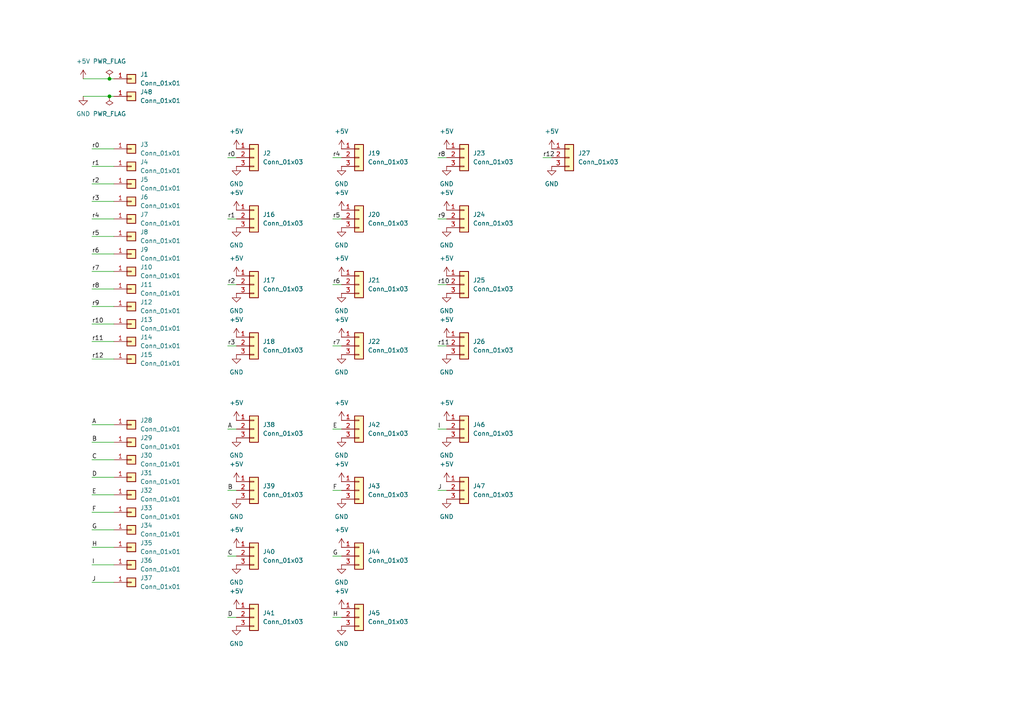
<source format=kicad_sch>
(kicad_sch (version 20231120) (generator "eeschema") (generator_version "8.0")
  (paper "A4")
  (lib_symbols
    (symbol "Connector_Generic:Conn_01x01" (pin_names (offset 1.016) hide)
      (property "Reference" "J" (at 0 2.54 0))
      (property "Value" "Conn_01x01" (at 0 -2.54 0))
      (symbol "Conn_01x01_1_1"
        (rectangle (start -1.27 0.127) (end 0 -0.127) (stroke (width 0.1524)))
        (rectangle (start -1.27 1.27) (end 1.27 -1.27) (stroke (width 0.254)) (fill (type background)))
        (pin passive line (at -5.08 0 0) (length 3.81) (name "Pin_1") (number "1"))
      )
    )
    (symbol "Connector_Generic:Conn_01x03" (pin_names (offset 1.016) hide)
      (property "Reference" "J" (at 0 5.08 0))
      (property "Value" "Conn_01x03" (at 0 -5.08 0))
      (symbol "Conn_01x03_1_1"
        (rectangle (start -1.27 -2.413) (end 0 -2.667) (stroke (width 0.1524)))
        (rectangle (start -1.27 0.127) (end 0 -0.127) (stroke (width 0.1524)))
        (rectangle (start -1.27 2.667) (end 0 2.413) (stroke (width 0.1524)))
        (rectangle (start -1.27 3.81) (end 1.27 -3.81) (stroke (width 0.254)) (fill (type background)))
        (pin passive line (at -5.08 2.54 0) (length 3.81) (name "Pin_1") (number "1"))
        (pin passive line (at -5.08 0 0) (length 3.81) (name "Pin_2") (number "2"))
        (pin passive line (at -5.08 -2.54 0) (length 3.81) (name "Pin_3") (number "3"))
      )
    )
    (symbol "power:+5V" (power) (pin_numbers hide) (pin_names (offset 0) hide)
      (property "Value" "+5V" (at 0 3.556 0))
      (symbol "+5V_0_1"
        (polyline (pts (xy -0.762 1.27) (xy 0 2.54)))
        (polyline (pts (xy 0 0) (xy 0 2.54)))
        (polyline (pts (xy 0 2.54) (xy 0.762 1.27)))
      )
      (symbol "+5V_1_1"
        (pin power_in line (at 0 0 90) (length 0) (name "~") (number "1"))
      )
    )
    (symbol "power:GND" (power) (pin_numbers hide) (pin_names (offset 0) hide)
      (property "Value" "GND" (at 0 -3.81 0))
      (symbol "GND_0_1"
        (polyline (pts (xy 0 0) (xy 0 -1.27) (xy 1.27 -1.27) (xy 0 -2.54) (xy -1.27 -1.27) (xy 0 -1.27)))
      )
      (symbol "GND_1_1"
        (pin power_in line (at 0 0 270) (length 0) (name "~") (number "1"))
      )
    )
    (symbol "power:PWR_FLAG" (power) (pin_numbers hide) (pin_names (offset 0) hide)
      (property "Value" "PWR_FLAG" (at 0 3.81 0))
      (symbol "PWR_FLAG_0_0"
        (pin power_out line (at 0 0 90) (length 0) (name "~") (number "1"))
      )
      (symbol "PWR_FLAG_0_1"
        (polyline (pts (xy 0 0) (xy 0 1.27) (xy -1.016 1.905) (xy 0 2.54) (xy 1.016 1.905) (xy 0 1.27)))
      )
    )
  )
  (junction (at 31.75 22.86))
  (junction (at 31.75 27.94))
  (wire (pts (xy 26.67 99.06) (xy 33.02 99.06)))
  (wire (pts (xy 26.67 158.75) (xy 33.02 158.75)))
  (wire (pts (xy 96.52 124.46) (xy 99.06 124.46)))
  (wire (pts (xy 26.67 53.34) (xy 33.02 53.34)))
  (wire (pts (xy 96.52 142.24) (xy 99.06 142.24)))
  (wire (pts (xy 127 100.33) (xy 129.54 100.33)))
  (wire (pts (xy 66.04 45.72) (xy 68.58 45.72)))
  (wire (pts (xy 26.67 153.67) (xy 33.02 153.67)))
  (wire (pts (xy 26.67 138.43) (xy 33.02 138.43)))
  (wire (pts (xy 66.04 124.46) (xy 68.58 124.46)))
  (wire (pts (xy 26.67 43.18) (xy 33.02 43.18)))
  (wire (pts (xy 26.67 104.14) (xy 33.02 104.14)))
  (wire (pts (xy 127 82.55) (xy 129.54 82.55)))
  (wire (pts (xy 26.67 63.5) (xy 33.02 63.5)))
  (wire (pts (xy 31.75 27.94) (xy 33.02 27.94)))
  (wire (pts (xy 96.52 100.33) (xy 99.06 100.33)))
  (wire (pts (xy 96.52 45.72) (xy 99.06 45.72)))
  (wire (pts (xy 26.67 123.19) (xy 33.02 123.19)))
  (wire (pts (xy 26.67 88.9) (xy 33.02 88.9)))
  (wire (pts (xy 66.04 100.33) (xy 68.58 100.33)))
  (wire (pts (xy 66.04 179.07) (xy 68.58 179.07)))
  (wire (pts (xy 26.67 78.74) (xy 33.02 78.74)))
  (wire (pts (xy 66.04 142.24) (xy 68.58 142.24)))
  (wire (pts (xy 127 63.5) (xy 129.54 63.5)))
  (wire (pts (xy 66.04 161.29) (xy 68.58 161.29)))
  (wire (pts (xy 127 124.46) (xy 129.54 124.46)))
  (wire (pts (xy 127 142.24) (xy 129.54 142.24)))
  (wire (pts (xy 26.67 143.51) (xy 33.02 143.51)))
  (wire (pts (xy 31.75 22.86) (xy 33.02 22.86)))
  (wire (pts (xy 26.67 148.59) (xy 33.02 148.59)))
  (wire (pts (xy 26.67 48.26) (xy 33.02 48.26)))
  (wire (pts (xy 66.04 63.5) (xy 68.58 63.5)))
  (wire (pts (xy 96.52 63.5) (xy 99.06 63.5)))
  (wire (pts (xy 66.04 82.55) (xy 68.58 82.55)))
  (wire (pts (xy 26.67 68.58) (xy 33.02 68.58)))
  (wire (pts (xy 26.67 93.98) (xy 33.02 93.98)))
  (wire (pts (xy 26.67 133.35) (xy 33.02 133.35)))
  (wire (pts (xy 26.67 73.66) (xy 33.02 73.66)))
  (wire (pts (xy 26.67 163.83) (xy 33.02 163.83)))
  (wire (pts (xy 96.52 179.07) (xy 99.06 179.07)))
  (wire (pts (xy 127 45.72) (xy 129.54 45.72)))
  (wire (pts (xy 24.13 22.86) (xy 31.75 22.86)))
  (wire (pts (xy 96.52 161.29) (xy 99.06 161.29)))
  (wire (pts (xy 96.52 82.55) (xy 99.06 82.55)))
  (wire (pts (xy 26.67 168.91) (xy 33.02 168.91)))
  (wire (pts (xy 157.48 45.72) (xy 160.02 45.72)))
  (wire (pts (xy 24.13 27.94) (xy 31.75 27.94)))
  (wire (pts (xy 26.67 128.27) (xy 33.02 128.27)))
  (wire (pts (xy 26.67 58.42) (xy 33.02 58.42)))
  (wire (pts (xy 26.67 83.82) (xy 33.02 83.82)))
  (label "r8" (at 127 45.72 0))
  (label "A" (at 66.04 124.46 0))
  (label "r12" (at 26.67 104.14 0))
  (label "r3" (at 26.67 58.42 0))
  (label "r2" (at 26.67 53.34 0))
  (label "r10" (at 26.67 93.98 0))
  (label "F" (at 96.52 142.24 0))
  (label "r0" (at 26.67 43.18 0))
  (label "H" (at 26.67 158.75 0))
  (label "r10" (at 127 82.55 0))
  (label "H" (at 96.52 179.07 0))
  (label "J" (at 26.67 168.91 0))
  (label "B" (at 26.67 128.27 0))
  (label "r11" (at 127 100.33 0))
  (label "C" (at 66.04 161.29 0))
  (label "r7" (at 96.52 100.33 0))
  (label "r5" (at 96.52 63.5 0))
  (label "r4" (at 96.52 45.72 0))
  (label "G" (at 26.67 153.67 0))
  (label "G" (at 96.52 161.29 0))
  (label "I" (at 26.67 163.83 0))
  (label "C" (at 26.67 133.35 0))
  (label "r8" (at 26.67 83.82 0))
  (label "r6" (at 26.67 73.66 0))
  (label "r1" (at 26.67 48.26 0))
  (label "r6" (at 96.52 82.55 0))
  (label "r9" (at 26.67 88.9 0))
  (label "r5" (at 26.67 68.58 0))
  (label "r3" (at 66.04 100.33 0))
  (label "E" (at 26.67 143.51 0))
  (label "B" (at 66.04 142.24 0))
  (label "D" (at 26.67 138.43 0))
  (label "D" (at 66.04 179.07 0))
  (label "r4" (at 26.67 63.5 0))
  (label "r12" (at 157.48 45.72 0))
  (label "r11" (at 26.67 99.06 0))
  (label "r9" (at 127 63.5 0))
  (label "A" (at 26.67 123.19 0))
  (label "r1" (at 66.04 63.5 0))
  (label "E" (at 96.52 124.46 0))
  (label "r0" (at 66.04 45.72 0))
  (label "I" (at 127 124.46 0))
  (label "J" (at 127 142.24 0))
  (label "F" (at 26.67 148.59 0))
  (label "r2" (at 66.04 82.55 0))
  (label "r7" (at 26.67 78.74 0))
  (symbol (lib_id "power:+5V") (at 68.58 121.92 0) (unit 1)
    (property "Reference" "#PWR029" (effects (hide yes)))
    (property "Value" "+5V" (at 68.58 116.84 0))
    (property "Description" "Power symbol creates a global label with name \"+5V\"" (effects (hide yes)))
  )
  (symbol (lib_id "Connector_Generic:Conn_01x01") (at 38.1 93.98 0) (unit 1)
    (property "Reference" "J13" (at 40.64 92.7099 0) (effects (justify left)))
    (property "Value" "Conn_01x01" (at 40.64 95.2499 0) (effects (justify left)))
    (property "Footprint" "Connector_PinHeader_2.54mm:PinHeader_1x01_P2.54mm_Vertical" (effects (hide yes)))
    (property "Description" "Generic connector, single row, 01x01, script generated (kicad-library-utils/schlib/autogen/connector/)" (effects (hide yes)))
  )
  (symbol (lib_id "power:+5V") (at 68.58 97.79 0) (unit 1)
    (property "Reference" "#PWR09" (effects (hide yes)))
    (property "Value" "+5V" (at 68.58 92.71 0))
    (property "Description" "Power symbol creates a global label with name \"+5V\"" (effects (hide yes)))
  )
  (symbol (lib_id "Connector_Generic:Conn_01x03") (at 73.66 124.46 0) (unit 1)
    (property "Reference" "J38" (at 76.2 123.1899 0) (effects (justify left)))
    (property "Value" "Conn_01x03" (at 76.2 125.7299 0) (effects (justify left)))
    (property "Footprint" "Connector_JST:JST_XH_B3B-XH-A_1x03_P2.50mm_Vertical" (effects (hide yes)))
    (property "Description" "Generic connector, single row, 01x03, script generated (kicad-library-utils/schlib/autogen/connector/)" (effects (hide yes)))
  )
  (symbol (lib_id "Connector_Generic:Conn_01x01") (at 38.1 138.43 0) (unit 1)
    (property "Reference" "J31" (at 40.64 137.1599 0) (effects (justify left)))
    (property "Value" "Conn_01x01" (at 40.64 139.6999 0) (effects (justify left)))
    (property "Footprint" "Connector_PinHeader_2.54mm:PinHeader_1x01_P2.54mm_Vertical" (effects (hide yes)))
    (property "Description" "Generic connector, single row, 01x01, script generated (kicad-library-utils/schlib/autogen/connector/)" (effects (hide yes)))
  )
  (symbol (lib_id "Connector_Generic:Conn_01x01") (at 38.1 143.51 0) (unit 1)
    (property "Reference" "J32" (at 40.64 142.2399 0) (effects (justify left)))
    (property "Value" "Conn_01x01" (at 40.64 144.7799 0) (effects (justify left)))
    (property "Footprint" "Connector_PinHeader_2.54mm:PinHeader_1x01_P2.54mm_Vertical" (effects (hide yes)))
    (property "Description" "Generic connector, single row, 01x01, script generated (kicad-library-utils/schlib/autogen/connector/)" (effects (hide yes)))
  )
  (symbol (lib_id "Connector_Generic:Conn_01x03") (at 73.66 142.24 0) (unit 1)
    (property "Reference" "J39" (at 76.2 140.9699 0) (effects (justify left)))
    (property "Value" "Conn_01x03" (at 76.2 143.5099 0) (effects (justify left)))
    (property "Footprint" "Connector_JST:JST_XH_B3B-XH-A_1x03_P2.50mm_Vertical" (effects (hide yes)))
    (property "Description" "Generic connector, single row, 01x03, script generated (kicad-library-utils/schlib/autogen/connector/)" (effects (hide yes)))
  )
  (symbol (lib_id "power:GND") (at 68.58 85.09 0) (unit 1)
    (property "Reference" "#PWR08" (effects (hide yes)))
    (property "Value" "GND" (at 68.58 90.17 0))
    (property "Description" "Power symbol creates a global label with name \"GND\" , ground" (effects (hide yes)))
  )
  (symbol (lib_id "power:+5V") (at 99.06 139.7 0) (unit 1)
    (property "Reference" "#PWR039" (effects (hide yes)))
    (property "Value" "+5V" (at 99.06 134.62 0))
    (property "Description" "Power symbol creates a global label with name \"+5V\"" (effects (hide yes)))
  )
  (symbol (lib_id "power:+5V") (at 129.54 43.18 0) (unit 1)
    (property "Reference" "#PWR019" (effects (hide yes)))
    (property "Value" "+5V" (at 129.54 38.1 0))
    (property "Description" "Power symbol creates a global label with name \"+5V\"" (effects (hide yes)))
  )
  (symbol (lib_id "power:GND") (at 68.58 48.26 0) (unit 1)
    (property "Reference" "#PWR04" (effects (hide yes)))
    (property "Value" "GND" (at 68.58 53.34 0))
    (property "Description" "Power symbol creates a global label with name \"GND\" , ground" (effects (hide yes)))
  )
  (symbol (lib_id "power:+5V") (at 68.58 43.18 0) (unit 1)
    (property "Reference" "#PWR03" (effects (hide yes)))
    (property "Value" "+5V" (at 68.58 38.1 0))
    (property "Description" "Power symbol creates a global label with name \"+5V\"" (effects (hide yes)))
  )
  (symbol (lib_id "power:+5V") (at 99.06 121.92 0) (unit 1)
    (property "Reference" "#PWR037" (effects (hide yes)))
    (property "Value" "+5V" (at 99.06 116.84 0))
    (property "Description" "Power symbol creates a global label with name \"+5V\"" (effects (hide yes)))
  )
  (symbol (lib_id "power:GND") (at 129.54 66.04 0) (unit 1)
    (property "Reference" "#PWR022" (effects (hide yes)))
    (property "Value" "GND" (at 129.54 71.12 0))
    (property "Description" "Power symbol creates a global label with name \"GND\" , ground" (effects (hide yes)))
  )
  (symbol (lib_id "Connector_Generic:Conn_01x03") (at 134.62 82.55 0) (unit 1)
    (property "Reference" "J25" (at 137.16 81.2799 0) (effects (justify left)))
    (property "Value" "Conn_01x03" (at 137.16 83.8199 0) (effects (justify left)))
    (property "Footprint" "Connector_JST:JST_XH_B3B-XH-A_1x03_P2.50mm_Vertical" (effects (hide yes)))
    (property "Description" "Generic connector, single row, 01x03, script generated (kicad-library-utils/schlib/autogen/connector/)" (effects (hide yes)))
  )
  (symbol (lib_id "power:+5V") (at 129.54 139.7 0) (unit 1)
    (property "Reference" "#PWR047" (effects (hide yes)))
    (property "Value" "+5V" (at 129.54 134.62 0))
    (property "Description" "Power symbol creates a global label with name \"+5V\"" (effects (hide yes)))
  )
  (symbol (lib_id "power:+5V") (at 99.06 97.79 0) (unit 1)
    (property "Reference" "#PWR017" (effects (hide yes)))
    (property "Value" "+5V" (at 99.06 92.71 0))
    (property "Description" "Power symbol creates a global label with name \"+5V\"" (effects (hide yes)))
  )
  (symbol (lib_id "Connector_Generic:Conn_01x01") (at 38.1 168.91 0) (unit 1)
    (property "Reference" "J37" (at 40.64 167.6399 0) (effects (justify left)))
    (property "Value" "Conn_01x01" (at 40.64 170.1799 0) (effects (justify left)))
    (property "Footprint" "Connector_PinHeader_2.54mm:PinHeader_1x01_P2.54mm_Vertical" (effects (hide yes)))
    (property "Description" "Generic connector, single row, 01x01, script generated (kicad-library-utils/schlib/autogen/connector/)" (effects (hide yes)))
  )
  (symbol (lib_id "power:GND") (at 129.54 144.78 0) (unit 1)
    (property "Reference" "#PWR048" (effects (hide yes)))
    (property "Value" "GND" (at 129.54 149.86 0))
    (property "Description" "Power symbol creates a global label with name \"GND\" , ground" (effects (hide yes)))
  )
  (symbol (lib_id "power:GND") (at 129.54 48.26 0) (unit 1)
    (property "Reference" "#PWR020" (effects (hide yes)))
    (property "Value" "GND" (at 129.54 53.34 0))
    (property "Description" "Power symbol creates a global label with name \"GND\" , ground" (effects (hide yes)))
  )
  (symbol (lib_id "Connector_Generic:Conn_01x03") (at 165.1 45.72 0) (unit 1)
    (property "Reference" "J27" (at 167.64 44.4499 0) (effects (justify left)))
    (property "Value" "Conn_01x03" (at 167.64 46.9899 0) (effects (justify left)))
    (property "Footprint" "Connector_JST:JST_XH_B3B-XH-A_1x03_P2.50mm_Vertical" (effects (hide yes)))
    (property "Description" "Generic connector, single row, 01x03, script generated (kicad-library-utils/schlib/autogen/connector/)" (effects (hide yes)))
  )
  (symbol (lib_id "power:+5V") (at 24.13 22.86 0) (unit 1)
    (property "Reference" "#PWR01" (effects (hide yes)))
    (property "Value" "+5V" (at 24.13 17.78 0))
    (property "Description" "Power symbol creates a global label with name \"+5V\"" (effects (hide yes)))
  )
  (symbol (lib_id "Connector_Generic:Conn_01x01") (at 38.1 58.42 0) (unit 1)
    (property "Reference" "J6" (at 40.64 57.1499 0) (effects (justify left)))
    (property "Value" "Conn_01x01" (at 40.64 59.6899 0) (effects (justify left)))
    (property "Footprint" "Connector_PinHeader_2.54mm:PinHeader_1x01_P2.54mm_Vertical" (effects (hide yes)))
    (property "Description" "Generic connector, single row, 01x01, script generated (kicad-library-utils/schlib/autogen/connector/)" (effects (hide yes)))
  )
  (symbol (lib_id "Connector_Generic:Conn_01x01") (at 38.1 53.34 0) (unit 1)
    (property "Reference" "J5" (at 40.64 52.0699 0) (effects (justify left)))
    (property "Value" "Conn_01x01" (at 40.64 54.6099 0) (effects (justify left)))
    (property "Footprint" "Connector_PinHeader_2.54mm:PinHeader_1x01_P2.54mm_Vertical" (effects (hide yes)))
    (property "Description" "Generic connector, single row, 01x01, script generated (kicad-library-utils/schlib/autogen/connector/)" (effects (hide yes)))
  )
  (symbol (lib_id "power:+5V") (at 129.54 97.79 0) (unit 1)
    (property "Reference" "#PWR025" (effects (hide yes)))
    (property "Value" "+5V" (at 129.54 92.71 0))
    (property "Description" "Power symbol creates a global label with name \"+5V\"" (effects (hide yes)))
  )
  (symbol (lib_id "power:+5V") (at 129.54 60.96 0) (unit 1)
    (property "Reference" "#PWR021" (effects (hide yes)))
    (property "Value" "+5V" (at 129.54 55.88 0))
    (property "Description" "Power symbol creates a global label with name \"+5V\"" (effects (hide yes)))
  )
  (symbol (lib_id "Connector_Generic:Conn_01x01") (at 38.1 123.19 0) (unit 1)
    (property "Reference" "J28" (at 40.64 121.9199 0) (effects (justify left)))
    (property "Value" "Conn_01x01" (at 40.64 124.4599 0) (effects (justify left)))
    (property "Footprint" "Connector_PinHeader_2.54mm:PinHeader_1x01_P2.54mm_Vertical" (effects (hide yes)))
    (property "Description" "Generic connector, single row, 01x01, script generated (kicad-library-utils/schlib/autogen/connector/)" (effects (hide yes)))
  )
  (symbol (lib_id "power:GND") (at 129.54 85.09 0) (unit 1)
    (property "Reference" "#PWR024" (effects (hide yes)))
    (property "Value" "GND" (at 129.54 90.17 0))
    (property "Description" "Power symbol creates a global label with name \"GND\" , ground" (effects (hide yes)))
  )
  (symbol (lib_id "power:GND") (at 99.06 102.87 0) (unit 1)
    (property "Reference" "#PWR018" (effects (hide yes)))
    (property "Value" "GND" (at 99.06 107.95 0))
    (property "Description" "Power symbol creates a global label with name \"GND\" , ground" (effects (hide yes)))
  )
  (symbol (lib_id "Connector_Generic:Conn_01x03") (at 104.14 63.5 0) (unit 1)
    (property "Reference" "J20" (at 106.68 62.2299 0) (effects (justify left)))
    (property "Value" "Conn_01x03" (at 106.68 64.7699 0) (effects (justify left)))
    (property "Footprint" "Connector_JST:JST_XH_B3B-XH-A_1x03_P2.50mm_Vertical" (effects (hide yes)))
    (property "Description" "Generic connector, single row, 01x03, script generated (kicad-library-utils/schlib/autogen/connector/)" (effects (hide yes)))
  )
  (symbol (lib_id "power:+5V") (at 99.06 176.53 0) (unit 1)
    (property "Reference" "#PWR043" (effects (hide yes)))
    (property "Value" "+5V" (at 99.06 171.45 0))
    (property "Description" "Power symbol creates a global label with name \"+5V\"" (effects (hide yes)))
  )
  (symbol (lib_id "power:GND") (at 68.58 181.61 0) (unit 1)
    (property "Reference" "#PWR036" (effects (hide yes)))
    (property "Value" "GND" (at 68.58 186.69 0))
    (property "Description" "Power symbol creates a global label with name \"GND\" , ground" (effects (hide yes)))
  )
  (symbol (lib_id "power:+5V") (at 68.58 139.7 0) (unit 1)
    (property "Reference" "#PWR031" (effects (hide yes)))
    (property "Value" "+5V" (at 68.58 134.62 0))
    (property "Description" "Power symbol creates a global label with name \"+5V\"" (effects (hide yes)))
  )
  (symbol (lib_id "Connector_Generic:Conn_01x01") (at 38.1 73.66 0) (unit 1)
    (property "Reference" "J9" (at 40.64 72.3899 0) (effects (justify left)))
    (property "Value" "Conn_01x01" (at 40.64 74.9299 0) (effects (justify left)))
    (property "Footprint" "Connector_PinHeader_2.54mm:PinHeader_1x01_P2.54mm_Vertical" (effects (hide yes)))
    (property "Description" "Generic connector, single row, 01x01, script generated (kicad-library-utils/schlib/autogen/connector/)" (effects (hide yes)))
  )
  (symbol (lib_id "Connector_Generic:Conn_01x01") (at 38.1 83.82 0) (unit 1)
    (property "Reference" "J11" (at 40.64 82.5499 0) (effects (justify left)))
    (property "Value" "Conn_01x01" (at 40.64 85.0899 0) (effects (justify left)))
    (property "Footprint" "Connector_PinHeader_2.54mm:PinHeader_1x01_P2.54mm_Vertical" (effects (hide yes)))
    (property "Description" "Generic connector, single row, 01x01, script generated (kicad-library-utils/schlib/autogen/connector/)" (effects (hide yes)))
  )
  (symbol (lib_id "power:+5V") (at 68.58 60.96 0) (unit 1)
    (property "Reference" "#PWR05" (effects (hide yes)))
    (property "Value" "+5V" (at 68.58 55.88 0))
    (property "Description" "Power symbol creates a global label with name \"+5V\"" (effects (hide yes)))
  )
  (symbol (lib_id "power:GND") (at 99.06 163.83 0) (unit 1)
    (property "Reference" "#PWR042" (effects (hide yes)))
    (property "Value" "GND" (at 99.06 168.91 0))
    (property "Description" "Power symbol creates a global label with name \"GND\" , ground" (effects (hide yes)))
  )
  (symbol (lib_id "power:GND") (at 99.06 66.04 0) (unit 1)
    (property "Reference" "#PWR014" (effects (hide yes)))
    (property "Value" "GND" (at 99.06 71.12 0))
    (property "Description" "Power symbol creates a global label with name \"GND\" , ground" (effects (hide yes)))
  )
  (symbol (lib_id "Connector_Generic:Conn_01x01") (at 38.1 78.74 0) (unit 1)
    (property "Reference" "J10" (at 40.64 77.4699 0) (effects (justify left)))
    (property "Value" "Conn_01x01" (at 40.64 80.0099 0) (effects (justify left)))
    (property "Footprint" "Connector_PinHeader_2.54mm:PinHeader_1x01_P2.54mm_Vertical" (effects (hide yes)))
    (property "Description" "Generic connector, single row, 01x01, script generated (kicad-library-utils/schlib/autogen/connector/)" (effects (hide yes)))
  )
  (symbol (lib_id "power:GND") (at 160.02 48.26 0) (unit 1)
    (property "Reference" "#PWR028" (effects (hide yes)))
    (property "Value" "GND" (at 160.02 53.34 0))
    (property "Description" "Power symbol creates a global label with name \"GND\" , ground" (effects (hide yes)))
  )
  (symbol (lib_id "Connector_Generic:Conn_01x03") (at 104.14 142.24 0) (unit 1)
    (property "Reference" "J43" (at 106.68 140.9699 0) (effects (justify left)))
    (property "Value" "Conn_01x03" (at 106.68 143.5099 0) (effects (justify left)))
    (property "Footprint" "Connector_JST:JST_XH_B3B-XH-A_1x03_P2.50mm_Vertical" (effects (hide yes)))
    (property "Description" "Generic connector, single row, 01x03, script generated (kicad-library-utils/schlib/autogen/connector/)" (effects (hide yes)))
  )
  (symbol (lib_id "Connector_Generic:Conn_01x01") (at 38.1 158.75 0) (unit 1)
    (property "Reference" "J35" (at 40.64 157.4799 0) (effects (justify left)))
    (property "Value" "Conn_01x01" (at 40.64 160.0199 0) (effects (justify left)))
    (property "Footprint" "Connector_PinHeader_2.54mm:PinHeader_1x01_P2.54mm_Vertical" (effects (hide yes)))
    (property "Description" "Generic connector, single row, 01x01, script generated (kicad-library-utils/schlib/autogen/connector/)" (effects (hide yes)))
  )
  (symbol (lib_id "Connector_Generic:Conn_01x03") (at 104.14 100.33 0) (unit 1)
    (property "Reference" "J22" (at 106.68 99.0599 0) (effects (justify left)))
    (property "Value" "Conn_01x03" (at 106.68 101.5999 0) (effects (justify left)))
    (property "Footprint" "Connector_JST:JST_XH_B3B-XH-A_1x03_P2.50mm_Vertical" (effects (hide yes)))
    (property "Description" "Generic connector, single row, 01x03, script generated (kicad-library-utils/schlib/autogen/connector/)" (effects (hide yes)))
  )
  (symbol (lib_id "power:GND") (at 129.54 102.87 0) (unit 1)
    (property "Reference" "#PWR026" (effects (hide yes)))
    (property "Value" "GND" (at 129.54 107.95 0))
    (property "Description" "Power symbol creates a global label with name \"GND\" , ground" (effects (hide yes)))
  )
  (symbol (lib_id "power:GND") (at 99.06 127 0) (unit 1)
    (property "Reference" "#PWR038" (effects (hide yes)))
    (property "Value" "GND" (at 99.06 132.08 0))
    (property "Description" "Power symbol creates a global label with name \"GND\" , ground" (effects (hide yes)))
  )
  (symbol (lib_id "Connector_Generic:Conn_01x01") (at 38.1 99.06 0) (unit 1)
    (property "Reference" "J14" (at 40.64 97.7899 0) (effects (justify left)))
    (property "Value" "Conn_01x01" (at 40.64 100.3299 0) (effects (justify left)))
    (property "Footprint" "Connector_PinHeader_2.54mm:PinHeader_1x01_P2.54mm_Vertical" (effects (hide yes)))
    (property "Description" "Generic connector, single row, 01x01, script generated (kicad-library-utils/schlib/autogen/connector/)" (effects (hide yes)))
  )
  (symbol (lib_id "Connector_Generic:Conn_01x03") (at 73.66 100.33 0) (unit 1)
    (property "Reference" "J18" (at 76.2 99.0599 0) (effects (justify left)))
    (property "Value" "Conn_01x03" (at 76.2 101.5999 0) (effects (justify left)))
    (property "Footprint" "Connector_JST:JST_XH_B3B-XH-A_1x03_P2.50mm_Vertical" (effects (hide yes)))
    (property "Description" "Generic connector, single row, 01x03, script generated (kicad-library-utils/schlib/autogen/connector/)" (effects (hide yes)))
  )
  (symbol (lib_id "power:+5V") (at 99.06 158.75 0) (unit 1)
    (property "Reference" "#PWR041" (effects (hide yes)))
    (property "Value" "+5V" (at 99.06 153.67 0))
    (property "Description" "Power symbol creates a global label with name \"+5V\"" (effects (hide yes)))
  )
  (symbol (lib_id "Connector_Generic:Conn_01x03") (at 73.66 45.72 0) (unit 1)
    (property "Reference" "J2" (at 76.2 44.4499 0) (effects (justify left)))
    (property "Value" "Conn_01x03" (at 76.2 46.9899 0) (effects (justify left)))
    (property "Footprint" "Connector_JST:JST_XH_B3B-XH-A_1x03_P2.50mm_Vertical" (effects (hide yes)))
    (property "Description" "Generic connector, single row, 01x03, script generated (kicad-library-utils/schlib/autogen/connector/)" (effects (hide yes)))
  )
  (symbol (lib_id "power:GND") (at 68.58 66.04 0) (unit 1)
    (property "Reference" "#PWR06" (effects (hide yes)))
    (property "Value" "GND" (at 68.58 71.12 0))
    (property "Description" "Power symbol creates a global label with name \"GND\" , ground" (effects (hide yes)))
  )
  (symbol (lib_id "power:GND") (at 99.06 181.61 0) (unit 1)
    (property "Reference" "#PWR044" (effects (hide yes)))
    (property "Value" "GND" (at 99.06 186.69 0))
    (property "Description" "Power symbol creates a global label with name \"GND\" , ground" (effects (hide yes)))
  )
  (symbol (lib_id "Connector_Generic:Conn_01x01") (at 38.1 133.35 0) (unit 1)
    (property "Reference" "J30" (at 40.64 132.0799 0) (effects (justify left)))
    (property "Value" "Conn_01x01" (at 40.64 134.6199 0) (effects (justify left)))
    (property "Footprint" "Connector_PinHeader_2.54mm:PinHeader_1x01_P2.54mm_Vertical" (effects (hide yes)))
    (property "Description" "Generic connector, single row, 01x01, script generated (kicad-library-utils/schlib/autogen/connector/)" (effects (hide yes)))
  )
  (symbol (lib_id "power:PWR_FLAG") (at 31.75 22.86 0) (unit 1)
    (property "Reference" "#FLG01" (effects (hide yes)))
    (property "Value" "PWR_FLAG" (at 31.75 17.78 0))
    (property "Description" "Special symbol for telling ERC where power comes from" (effects (hide yes)))
  )
  (symbol (lib_id "power:+5V") (at 68.58 80.01 0) (unit 1)
    (property "Reference" "#PWR07" (effects (hide yes)))
    (property "Value" "+5V" (at 68.58 74.93 0))
    (property "Description" "Power symbol creates a global label with name \"+5V\"" (effects (hide yes)))
  )
  (symbol (lib_id "power:+5V") (at 99.06 60.96 0) (unit 1)
    (property "Reference" "#PWR013" (effects (hide yes)))
    (property "Value" "+5V" (at 99.06 55.88 0))
    (property "Description" "Power symbol creates a global label with name \"+5V\"" (effects (hide yes)))
  )
  (symbol (lib_id "power:+5V") (at 129.54 80.01 0) (unit 1)
    (property "Reference" "#PWR023" (effects (hide yes)))
    (property "Value" "+5V" (at 129.54 74.93 0))
    (property "Description" "Power symbol creates a global label with name \"+5V\"" (effects (hide yes)))
  )
  (symbol (lib_id "Connector_Generic:Conn_01x01") (at 38.1 68.58 0) (unit 1)
    (property "Reference" "J8" (at 40.64 67.3099 0) (effects (justify left)))
    (property "Value" "Conn_01x01" (at 40.64 69.8499 0) (effects (justify left)))
    (property "Footprint" "Connector_PinHeader_2.54mm:PinHeader_1x01_P2.54mm_Vertical" (effects (hide yes)))
    (property "Description" "Generic connector, single row, 01x01, script generated (kicad-library-utils/schlib/autogen/connector/)" (effects (hide yes)))
  )
  (symbol (lib_id "power:GND") (at 99.06 48.26 0) (unit 1)
    (property "Reference" "#PWR012" (effects (hide yes)))
    (property "Value" "GND" (at 99.06 53.34 0))
    (property "Description" "Power symbol creates a global label with name \"GND\" , ground" (effects (hide yes)))
  )
  (symbol (lib_id "Connector_Generic:Conn_01x03") (at 134.62 45.72 0) (unit 1)
    (property "Reference" "J23" (at 137.16 44.4499 0) (effects (justify left)))
    (property "Value" "Conn_01x03" (at 137.16 46.9899 0) (effects (justify left)))
    (property "Footprint" "Connector_JST:JST_XH_B3B-XH-A_1x03_P2.50mm_Vertical" (effects (hide yes)))
    (property "Description" "Generic connector, single row, 01x03, script generated (kicad-library-utils/schlib/autogen/connector/)" (effects (hide yes)))
  )
  (symbol (lib_id "Connector_Generic:Conn_01x03") (at 104.14 179.07 0) (unit 1)
    (property "Reference" "J45" (at 106.68 177.7999 0) (effects (justify left)))
    (property "Value" "Conn_01x03" (at 106.68 180.3399 0) (effects (justify left)))
    (property "Footprint" "Connector_JST:JST_XH_B3B-XH-A_1x03_P2.50mm_Vertical" (effects (hide yes)))
    (property "Description" "Generic connector, single row, 01x03, script generated (kicad-library-utils/schlib/autogen/connector/)" (effects (hide yes)))
  )
  (symbol (lib_id "Connector_Generic:Conn_01x01") (at 38.1 104.14 0) (unit 1)
    (property "Reference" "J15" (at 40.64 102.8699 0) (effects (justify left)))
    (property "Value" "Conn_01x01" (at 40.64 105.4099 0) (effects (justify left)))
    (property "Footprint" "Connector_PinHeader_2.54mm:PinHeader_1x01_P2.54mm_Vertical" (effects (hide yes)))
    (property "Description" "Generic connector, single row, 01x01, script generated (kicad-library-utils/schlib/autogen/connector/)" (effects (hide yes)))
  )
  (symbol (lib_id "power:GND") (at 99.06 144.78 0) (unit 1)
    (property "Reference" "#PWR040" (effects (hide yes)))
    (property "Value" "GND" (at 99.06 149.86 0))
    (property "Description" "Power symbol creates a global label with name \"GND\" , ground" (effects (hide yes)))
  )
  (symbol (lib_id "Connector_Generic:Conn_01x03") (at 73.66 161.29 0) (unit 1)
    (property "Reference" "J40" (at 76.2 160.0199 0) (effects (justify left)))
    (property "Value" "Conn_01x03" (at 76.2 162.5599 0) (effects (justify left)))
    (property "Footprint" "Connector_JST:JST_XH_B3B-XH-A_1x03_P2.50mm_Vertical" (effects (hide yes)))
    (property "Description" "Generic connector, single row, 01x03, script generated (kicad-library-utils/schlib/autogen/connector/)" (effects (hide yes)))
  )
  (symbol (lib_id "Connector_Generic:Conn_01x01") (at 38.1 128.27 0) (unit 1)
    (property "Reference" "J29" (at 40.64 126.9999 0) (effects (justify left)))
    (property "Value" "Conn_01x01" (at 40.64 129.5399 0) (effects (justify left)))
    (property "Footprint" "Connector_PinHeader_2.54mm:PinHeader_1x01_P2.54mm_Vertical" (effects (hide yes)))
    (property "Description" "Generic connector, single row, 01x01, script generated (kicad-library-utils/schlib/autogen/connector/)" (effects (hide yes)))
  )
  (symbol (lib_id "power:GND") (at 68.58 127 0) (unit 1)
    (property "Reference" "#PWR030" (effects (hide yes)))
    (property "Value" "GND" (at 68.58 132.08 0))
    (property "Description" "Power symbol creates a global label with name \"GND\" , ground" (effects (hide yes)))
  )
  (symbol (lib_id "Connector_Generic:Conn_01x03") (at 134.62 100.33 0) (unit 1)
    (property "Reference" "J26" (at 137.16 99.0599 0) (effects (justify left)))
    (property "Value" "Conn_01x03" (at 137.16 101.5999 0) (effects (justify left)))
    (property "Footprint" "Connector_JST:JST_XH_B3B-XH-A_1x03_P2.50mm_Vertical" (effects (hide yes)))
    (property "Description" "Generic connector, single row, 01x03, script generated (kicad-library-utils/schlib/autogen/connector/)" (effects (hide yes)))
  )
  (symbol (lib_id "Connector_Generic:Conn_01x03") (at 73.66 63.5 0) (unit 1)
    (property "Reference" "J16" (at 76.2 62.2299 0) (effects (justify left)))
    (property "Value" "Conn_01x03" (at 76.2 64.7699 0) (effects (justify left)))
    (property "Footprint" "Connector_JST:JST_XH_B3B-XH-A_1x03_P2.50mm_Vertical" (effects (hide yes)))
    (property "Description" "Generic connector, single row, 01x03, script generated (kicad-library-utils/schlib/autogen/connector/)" (effects (hide yes)))
  )
  (symbol (lib_id "power:GND") (at 68.58 144.78 0) (unit 1)
    (property "Reference" "#PWR032" (effects (hide yes)))
    (property "Value" "GND" (at 68.58 149.86 0))
    (property "Description" "Power symbol creates a global label with name \"GND\" , ground" (effects (hide yes)))
  )
  (symbol (lib_id "power:GND") (at 68.58 163.83 0) (unit 1)
    (property "Reference" "#PWR034" (effects (hide yes)))
    (property "Value" "GND" (at 68.58 168.91 0))
    (property "Description" "Power symbol creates a global label with name \"GND\" , ground" (effects (hide yes)))
  )
  (symbol (lib_id "power:GND") (at 24.13 27.94 0) (unit 1)
    (property "Reference" "#PWR02" (effects (hide yes)))
    (property "Value" "GND" (at 24.13 33.02 0))
    (property "Description" "Power symbol creates a global label with name \"GND\" , ground" (effects (hide yes)))
  )
  (symbol (lib_id "power:+5V") (at 68.58 158.75 0) (unit 1)
    (property "Reference" "#PWR033" (effects (hide yes)))
    (property "Value" "+5V" (at 68.58 153.67 0))
    (property "Description" "Power symbol creates a global label with name \"+5V\"" (effects (hide yes)))
  )
  (symbol (lib_id "Connector_Generic:Conn_01x03") (at 73.66 82.55 0) (unit 1)
    (property "Reference" "J17" (at 76.2 81.2799 0) (effects (justify left)))
    (property "Value" "Conn_01x03" (at 76.2 83.8199 0) (effects (justify left)))
    (property "Footprint" "Connector_JST:JST_XH_B3B-XH-A_1x03_P2.50mm_Vertical" (effects (hide yes)))
    (property "Description" "Generic connector, single row, 01x03, script generated (kicad-library-utils/schlib/autogen/connector/)" (effects (hide yes)))
  )
  (symbol (lib_id "Connector_Generic:Conn_01x03") (at 104.14 82.55 0) (unit 1)
    (property "Reference" "J21" (at 106.68 81.2799 0) (effects (justify left)))
    (property "Value" "Conn_01x03" (at 106.68 83.8199 0) (effects (justify left)))
    (property "Footprint" "Connector_JST:JST_XH_B3B-XH-A_1x03_P2.50mm_Vertical" (effects (hide yes)))
    (property "Description" "Generic connector, single row, 01x03, script generated (kicad-library-utils/schlib/autogen/connector/)" (effects (hide yes)))
  )
  (symbol (lib_id "Connector_Generic:Conn_01x01") (at 38.1 153.67 0) (unit 1)
    (property "Reference" "J34" (at 40.64 152.3999 0) (effects (justify left)))
    (property "Value" "Conn_01x01" (at 40.64 154.9399 0) (effects (justify left)))
    (property "Footprint" "Connector_PinHeader_2.54mm:PinHeader_1x01_P2.54mm_Vertical" (effects (hide yes)))
    (property "Description" "Generic connector, single row, 01x01, script generated (kicad-library-utils/schlib/autogen/connector/)" (effects (hide yes)))
  )
  (symbol (lib_id "Connector_Generic:Conn_01x03") (at 104.14 124.46 0) (unit 1)
    (property "Reference" "J42" (at 106.68 123.1899 0) (effects (justify left)))
    (property "Value" "Conn_01x03" (at 106.68 125.7299 0) (effects (justify left)))
    (property "Footprint" "Connector_JST:JST_XH_B3B-XH-A_1x03_P2.50mm_Vertical" (effects (hide yes)))
    (property "Description" "Generic connector, single row, 01x03, script generated (kicad-library-utils/schlib/autogen/connector/)" (effects (hide yes)))
  )
  (symbol (lib_id "power:+5V") (at 99.06 80.01 0) (unit 1)
    (property "Reference" "#PWR015" (effects (hide yes)))
    (property "Value" "+5V" (at 99.06 74.93 0))
    (property "Description" "Power symbol creates a global label with name \"+5V\"" (effects (hide yes)))
  )
  (symbol (lib_id "Connector_Generic:Conn_01x01") (at 38.1 63.5 0) (unit 1)
    (property "Reference" "J7" (at 40.64 62.2299 0) (effects (justify left)))
    (property "Value" "Conn_01x01" (at 40.64 64.7699 0) (effects (justify left)))
    (property "Footprint" "Connector_PinHeader_2.54mm:PinHeader_1x01_P2.54mm_Vertical" (effects (hide yes)))
    (property "Description" "Generic connector, single row, 01x01, script generated (kicad-library-utils/schlib/autogen/connector/)" (effects (hide yes)))
  )
  (symbol (lib_id "Connector_Generic:Conn_01x01") (at 38.1 27.94 0) (unit 1)
    (property "Reference" "J48" (at 40.64 26.6699 0) (effects (justify left)))
    (property "Value" "Conn_01x01" (at 40.64 29.2099 0) (effects (justify left)))
    (property "Footprint" "Connector_PinHeader_2.54mm:PinHeader_1x01_P2.54mm_Vertical" (effects (hide yes)))
    (property "Description" "Generic connector, single row, 01x01, script generated (kicad-library-utils/schlib/autogen/connector/)" (effects (hide yes)))
  )
  (symbol (lib_id "power:GND") (at 68.58 102.87 0) (unit 1)
    (property "Reference" "#PWR010" (effects (hide yes)))
    (property "Value" "GND" (at 68.58 107.95 0))
    (property "Description" "Power symbol creates a global label with name \"GND\" , ground" (effects (hide yes)))
  )
  (symbol (lib_id "power:GND") (at 129.54 127 0) (unit 1)
    (property "Reference" "#PWR046" (effects (hide yes)))
    (property "Value" "GND" (at 129.54 132.08 0))
    (property "Description" "Power symbol creates a global label with name \"GND\" , ground" (effects (hide yes)))
  )
  (symbol (lib_id "Connector_Generic:Conn_01x01") (at 38.1 163.83 0) (unit 1)
    (property "Reference" "J36" (at 40.64 162.5599 0) (effects (justify left)))
    (property "Value" "Conn_01x01" (at 40.64 165.0999 0) (effects (justify left)))
    (property "Footprint" "Connector_PinHeader_2.54mm:PinHeader_1x01_P2.54mm_Vertical" (effects (hide yes)))
    (property "Description" "Generic connector, single row, 01x01, script generated (kicad-library-utils/schlib/autogen/connector/)" (effects (hide yes)))
  )
  (symbol (lib_id "Connector_Generic:Conn_01x01") (at 38.1 88.9 0) (unit 1)
    (property "Reference" "J12" (at 40.64 87.6299 0) (effects (justify left)))
    (property "Value" "Conn_01x01" (at 40.64 90.1699 0) (effects (justify left)))
    (property "Footprint" "Connector_PinHeader_2.54mm:PinHeader_1x01_P2.54mm_Vertical" (effects (hide yes)))
    (property "Description" "Generic connector, single row, 01x01, script generated (kicad-library-utils/schlib/autogen/connector/)" (effects (hide yes)))
  )
  (symbol (lib_id "Connector_Generic:Conn_01x03") (at 134.62 63.5 0) (unit 1)
    (property "Reference" "J24" (at 137.16 62.2299 0) (effects (justify left)))
    (property "Value" "Conn_01x03" (at 137.16 64.7699 0) (effects (justify left)))
    (property "Footprint" "Connector_JST:JST_XH_B3B-XH-A_1x03_P2.50mm_Vertical" (effects (hide yes)))
    (property "Description" "Generic connector, single row, 01x03, script generated (kicad-library-utils/schlib/autogen/connector/)" (effects (hide yes)))
  )
  (symbol (lib_id "power:+5V") (at 129.54 121.92 0) (unit 1)
    (property "Reference" "#PWR045" (effects (hide yes)))
    (property "Value" "+5V" (at 129.54 116.84 0))
    (property "Description" "Power symbol creates a global label with name \"+5V\"" (effects (hide yes)))
  )
  (symbol (lib_id "Connector_Generic:Conn_01x03") (at 134.62 124.46 0) (unit 1)
    (property "Reference" "J46" (at 137.16 123.1899 0) (effects (justify left)))
    (property "Value" "Conn_01x03" (at 137.16 125.7299 0) (effects (justify left)))
    (property "Footprint" "Connector_JST:JST_XH_B3B-XH-A_1x03_P2.50mm_Vertical" (effects (hide yes)))
    (property "Description" "Generic connector, single row, 01x03, script generated (kicad-library-utils/schlib/autogen/connector/)" (effects (hide yes)))
  )
  (symbol (lib_id "Connector_Generic:Conn_01x03") (at 134.62 142.24 0) (unit 1)
    (property "Reference" "J47" (at 137.16 140.9699 0) (effects (justify left)))
    (property "Value" "Conn_01x03" (at 137.16 143.5099 0) (effects (justify left)))
    (property "Footprint" "Connector_JST:JST_XH_B3B-XH-A_1x03_P2.50mm_Vertical" (effects (hide yes)))
    (property "Description" "Generic connector, single row, 01x03, script generated (kicad-library-utils/schlib/autogen/connector/)" (effects (hide yes)))
  )
  (symbol (lib_id "power:+5V") (at 160.02 43.18 0) (unit 1)
    (property "Reference" "#PWR027" (effects (hide yes)))
    (property "Value" "+5V" (at 160.02 38.1 0))
    (property "Description" "Power symbol creates a global label with name \"+5V\"" (effects (hide yes)))
  )
  (symbol (lib_id "power:PWR_FLAG") (at 31.75 27.94 180) (unit 1)
    (property "Reference" "#FLG02" (effects (hide yes)))
    (property "Value" "PWR_FLAG" (at 31.75 33.02 0))
    (property "Description" "Special symbol for telling ERC where power comes from" (effects (hide yes)))
  )
  (symbol (lib_id "Connector_Generic:Conn_01x01") (at 38.1 148.59 0) (unit 1)
    (property "Reference" "J33" (at 40.64 147.3199 0) (effects (justify left)))
    (property "Value" "Conn_01x01" (at 40.64 149.8599 0) (effects (justify left)))
    (property "Footprint" "Connector_PinHeader_2.54mm:PinHeader_1x01_P2.54mm_Vertical" (effects (hide yes)))
    (property "Description" "Generic connector, single row, 01x01, script generated (kicad-library-utils/schlib/autogen/connector/)" (effects (hide yes)))
  )
  (symbol (lib_id "Connector_Generic:Conn_01x01") (at 38.1 48.26 0) (unit 1)
    (property "Reference" "J4" (at 40.64 46.9899 0) (effects (justify left)))
    (property "Value" "Conn_01x01" (at 40.64 49.5299 0) (effects (justify left)))
    (property "Footprint" "Connector_PinHeader_2.54mm:PinHeader_1x01_P2.54mm_Vertical" (effects (hide yes)))
    (property "Description" "Generic connector, single row, 01x01, script generated (kicad-library-utils/schlib/autogen/connector/)" (effects (hide yes)))
  )
  (symbol (lib_id "power:+5V") (at 68.58 176.53 0) (unit 1)
    (property "Reference" "#PWR035" (effects (hide yes)))
    (property "Value" "+5V" (at 68.58 171.45 0))
    (property "Description" "Power symbol creates a global label with name \"+5V\"" (effects (hide yes)))
  )
  (symbol (lib_id "power:+5V") (at 99.06 43.18 0) (unit 1)
    (property "Reference" "#PWR011" (effects (hide yes)))
    (property "Value" "+5V" (at 99.06 38.1 0))
    (property "Description" "Power symbol creates a global label with name \"+5V\"" (effects (hide yes)))
  )
  (symbol (lib_id "Connector_Generic:Conn_01x01") (at 38.1 43.18 0) (unit 1)
    (property "Reference" "J3" (at 40.64 41.9099 0) (effects (justify left)))
    (property "Value" "Conn_01x01" (at 40.64 44.4499 0) (effects (justify left)))
    (property "Footprint" "Connector_PinHeader_2.54mm:PinHeader_1x01_P2.54mm_Vertical" (effects (hide yes)))
    (property "Description" "Generic connector, single row, 01x01, script generated (kicad-library-utils/schlib/autogen/connector/)" (effects (hide yes)))
  )
  (symbol (lib_id "Connector_Generic:Conn_01x03") (at 104.14 45.72 0) (unit 1)
    (property "Reference" "J19" (at 106.68 44.4499 0) (effects (justify left)))
    (property "Value" "Conn_01x03" (at 106.68 46.9899 0) (effects (justify left)))
    (property "Footprint" "Connector_JST:JST_XH_B3B-XH-A_1x03_P2.50mm_Vertical" (effects (hide yes)))
    (property "Description" "Generic connector, single row, 01x03, script generated (kicad-library-utils/schlib/autogen/connector/)" (effects (hide yes)))
  )
  (symbol (lib_id "power:GND") (at 99.06 85.09 0) (unit 1)
    (property "Reference" "#PWR016" (effects (hide yes)))
    (property "Value" "GND" (at 99.06 90.17 0))
    (property "Description" "Power symbol creates a global label with name \"GND\" , ground" (effects (hide yes)))
  )
  (symbol (lib_id "Connector_Generic:Conn_01x03") (at 104.14 161.29 0) (unit 1)
    (property "Reference" "J44" (at 106.68 160.0199 0) (effects (justify left)))
    (property "Value" "Conn_01x03" (at 106.68 162.5599 0) (effects (justify left)))
    (property "Footprint" "Connector_JST:JST_XH_B3B-XH-A_1x03_P2.50mm_Vertical" (effects (hide yes)))
    (property "Description" "Generic connector, single row, 01x03, script generated (kicad-library-utils/schlib/autogen/connector/)" (effects (hide yes)))
  )
  (symbol (lib_id "Connector_Generic:Conn_01x03") (at 73.66 179.07 0) (unit 1)
    (property "Reference" "J41" (at 76.2 177.7999 0) (effects (justify left)))
    (property "Value" "Conn_01x03" (at 76.2 180.3399 0) (effects (justify left)))
    (property "Footprint" "Connector_JST:JST_XH_B3B-XH-A_1x03_P2.50mm_Vertical" (effects (hide yes)))
    (property "Description" "Generic connector, single row, 01x03, script generated (kicad-library-utils/schlib/autogen/connector/)" (effects (hide yes)))
  )
  (symbol (lib_id "Connector_Generic:Conn_01x01") (at 38.1 22.86 0) (unit 1)
    (property "Reference" "J1" (at 40.64 21.5899 0) (effects (justify left)))
    (property "Value" "Conn_01x01" (at 40.64 24.1299 0) (effects (justify left)))
    (property "Footprint" "Connector_PinHeader_2.54mm:PinHeader_1x01_P2.54mm_Vertical" (effects (hide yes)))
    (property "Description" "Generic connector, single row, 01x01, script generated (kicad-library-utils/schlib/autogen/connector/)" (effects (hide yes)))
  )
)
</source>
